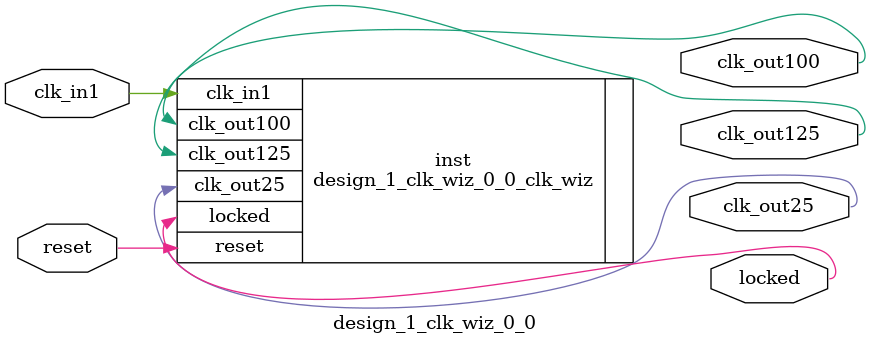
<source format=v>


`timescale 1ps/1ps

(* CORE_GENERATION_INFO = "design_1_clk_wiz_0_0,clk_wiz_v6_0_12_0_0,{component_name=design_1_clk_wiz_0_0,use_phase_alignment=true,use_min_o_jitter=false,use_max_i_jitter=false,use_dyn_phase_shift=false,use_inclk_switchover=false,use_dyn_reconfig=false,enable_axi=0,feedback_source=FDBK_AUTO,PRIMITIVE=MMCM,num_out_clk=3,clkin1_period=20.000,clkin2_period=10.0,use_power_down=false,use_reset=true,use_locked=true,use_inclk_stopped=false,feedback_type=SINGLE,CLOCK_MGR_TYPE=NA,manual_override=false}" *)

module design_1_clk_wiz_0_0 
 (
  // Clock out ports
  output        clk_out25,
  output        clk_out125,
  output        clk_out100,
  // Status and control signals
  input         reset,
  output        locked,
 // Clock in ports
  input         clk_in1
 );

  design_1_clk_wiz_0_0_clk_wiz inst
  (
  // Clock out ports  
  .clk_out25(clk_out25),
  .clk_out125(clk_out125),
  .clk_out100(clk_out100),
  // Status and control signals               
  .reset(reset), 
  .locked(locked),
 // Clock in ports
  .clk_in1(clk_in1)
  );

endmodule

</source>
